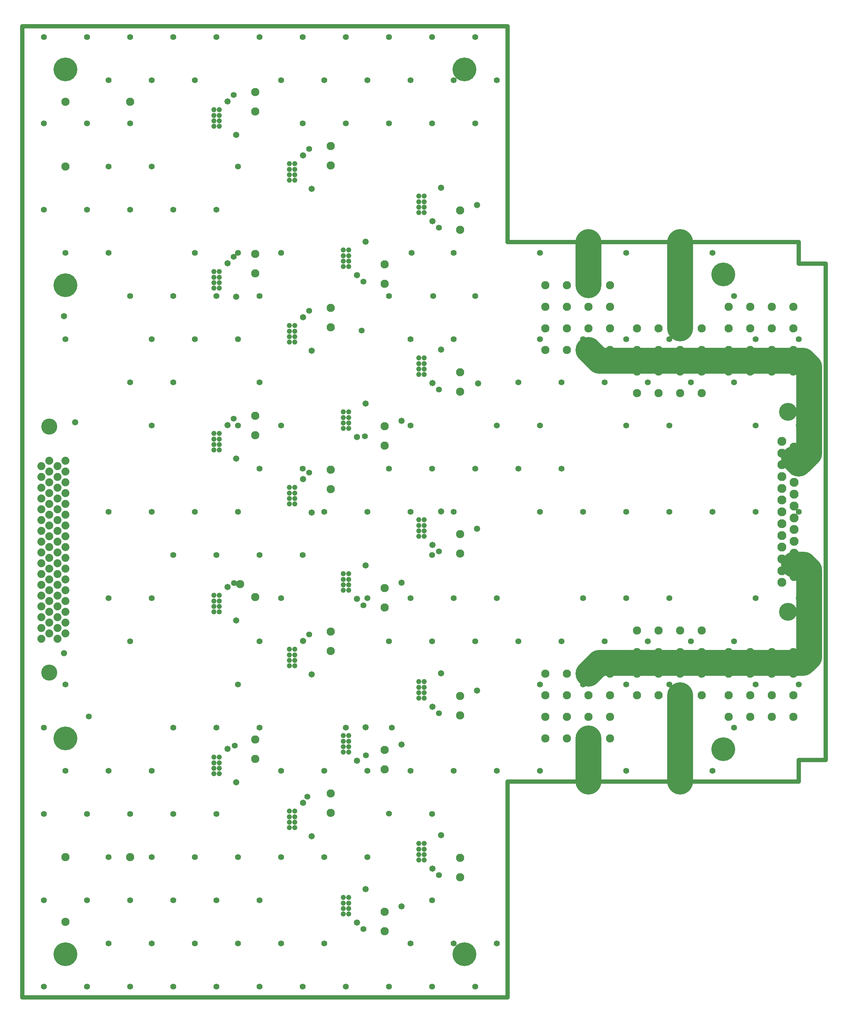
<source format=gbr>
%TF.GenerationSoftware,Altium Limited,Altium Designer,25.0.2 (28)*%
G04 Layer_Physical_Order=5*
G04 Layer_Color=8421376*
%FSLAX45Y45*%
%MOMM*%
%TF.SameCoordinates,97F7605E-EDA1-4B57-83DE-D803DCB7673D*%
%TF.FilePolarity,Negative*%
%TF.FileFunction,Copper,L5,Inr,Plane*%
%TF.Part,Single*%
G01*
G75*
%TA.AperFunction,NonConductor*%
%ADD37C,1.01600*%
%ADD38C,6.09600*%
%TA.AperFunction,ComponentPad*%
%ADD39C,1.87960*%
%ADD40C,3.78460*%
%ADD41C,1.93040*%
%TA.AperFunction,ViaPad*%
%ADD42C,1.93040*%
%TA.AperFunction,ComponentPad*%
%ADD43C,2.10600*%
%ADD44C,4.21600*%
%TA.AperFunction,ViaPad*%
%ADD45C,5.58800*%
%ADD46C,1.42240*%
%ADD47C,1.47320*%
%ADD48C,1.21600*%
D37*
X13970000Y8890000D02*
X20828000D01*
X13970000Y3810000D02*
Y8890000D01*
X2540000Y3810000D02*
X13970000D01*
X2540000D02*
Y26670001D01*
X13970000D01*
Y21589999D02*
Y26670001D01*
Y21589999D02*
X20828000D01*
Y21082001D02*
Y21589999D01*
Y21082001D02*
X21463000D01*
Y9398000D02*
Y21082001D01*
X20828000Y9398000D02*
X21463000D01*
X20828000Y8890000D02*
Y9398000D01*
D38*
X18034000Y8890000D02*
Y10922000D01*
X20716200Y16486501D02*
X20830200Y16372501D01*
X15875000Y20574001D02*
Y21589999D01*
X15874902Y8889903D02*
Y9905903D01*
X20830200Y16372501D02*
X21069299Y16611600D01*
Y18656300D01*
X20929601Y18796001D02*
X21069299Y18656300D01*
X16128999Y18796001D02*
X20929601D01*
X15875000Y19050000D02*
X16128999Y18796001D01*
X20716200Y13993500D02*
X20944200D01*
X21069299Y13868401D01*
Y11823700D02*
Y13868401D01*
X20929601Y11684000D02*
X21069299Y11823700D01*
X15875000Y11430000D02*
X16128999Y11684000D01*
X20929601D01*
X18034000Y19558000D02*
Y21589999D01*
D39*
X3365500Y12255500D02*
D03*
Y12509500D02*
D03*
X3556000Y12382500D02*
D03*
X3365500Y12763500D02*
D03*
X3556000Y12636500D02*
D03*
X3365500Y13017500D02*
D03*
X3556000Y12890500D02*
D03*
X3365500Y13271500D02*
D03*
X3556000Y13144501D02*
D03*
X3365500Y13525500D02*
D03*
X3556000Y13398500D02*
D03*
X3365500Y13779500D02*
D03*
X3556000Y13652499D02*
D03*
X3365500Y14033501D02*
D03*
X3556000Y13906500D02*
D03*
X3365500Y14287500D02*
D03*
X3556000Y14160500D02*
D03*
X3365500Y14541499D02*
D03*
X3556000Y14414500D02*
D03*
X3365500Y14795500D02*
D03*
X3556000Y14668500D02*
D03*
X3365500Y15049500D02*
D03*
X3556000Y14922501D02*
D03*
X3365500Y15303500D02*
D03*
X3556000Y15176500D02*
D03*
X3365500Y15557500D02*
D03*
X3556000Y15430499D02*
D03*
X3365500Y15811501D02*
D03*
X3556000Y15684500D02*
D03*
X3365500Y16065500D02*
D03*
X3556000Y15938499D02*
D03*
X3365500Y16319501D02*
D03*
X3556000Y16192500D02*
D03*
Y16446500D02*
D03*
X2984500Y12255500D02*
D03*
Y12509500D02*
D03*
X3175000Y12382500D02*
D03*
X2984500Y12763500D02*
D03*
X3175000Y12636500D02*
D03*
X2984500Y13017500D02*
D03*
X3175000Y12890500D02*
D03*
X2984500Y13271500D02*
D03*
X3175000Y13144501D02*
D03*
X2984500Y13525500D02*
D03*
X3175000Y13398500D02*
D03*
X2984500Y13779500D02*
D03*
X3175000Y13652499D02*
D03*
X2984500Y14033501D02*
D03*
X3175000Y13906500D02*
D03*
X2984500Y14287500D02*
D03*
X3175000Y14160500D02*
D03*
X2984500Y14541499D02*
D03*
X3175000Y14414500D02*
D03*
X2984500Y14795500D02*
D03*
X3175000Y14668500D02*
D03*
X2984500Y15049500D02*
D03*
X3175000Y14922501D02*
D03*
X2984500Y15303500D02*
D03*
X3175000Y15176500D02*
D03*
X2984500Y15557500D02*
D03*
X3175000Y15430499D02*
D03*
X2984500Y15811501D02*
D03*
X3175000Y15684500D02*
D03*
X2984500Y16065500D02*
D03*
X3175000Y15938499D02*
D03*
X2984500Y16319501D02*
D03*
X3175000Y16192500D02*
D03*
Y16446500D02*
D03*
D40*
Y11455400D02*
D03*
Y17246600D02*
D03*
D41*
X16383000Y19050000D02*
D03*
Y19558000D02*
D03*
Y20066000D02*
D03*
Y20574001D02*
D03*
X15875000Y19050000D02*
D03*
Y19558000D02*
D03*
Y20066000D02*
D03*
Y20574001D02*
D03*
X15367000Y19050000D02*
D03*
Y19558000D02*
D03*
Y20066000D02*
D03*
Y20574001D02*
D03*
X14859000Y19050000D02*
D03*
Y19558000D02*
D03*
Y20066000D02*
D03*
Y20574001D02*
D03*
X18542000Y12446000D02*
D03*
Y11938000D02*
D03*
Y11430000D02*
D03*
Y10922000D02*
D03*
X18034000Y12446000D02*
D03*
Y11938000D02*
D03*
Y11430000D02*
D03*
Y10922000D02*
D03*
X17525999Y12446000D02*
D03*
Y11938000D02*
D03*
Y11430000D02*
D03*
Y10922000D02*
D03*
X17017999Y12446000D02*
D03*
Y11938000D02*
D03*
Y11430000D02*
D03*
Y10922000D02*
D03*
X20700999Y11938000D02*
D03*
Y11430000D02*
D03*
Y10922000D02*
D03*
Y10414000D02*
D03*
X20192999Y11938000D02*
D03*
Y11430000D02*
D03*
Y10922000D02*
D03*
Y10414000D02*
D03*
X19685001Y11938000D02*
D03*
Y11430000D02*
D03*
Y10922000D02*
D03*
Y10414000D02*
D03*
X19177000Y11938000D02*
D03*
Y11430000D02*
D03*
Y10922000D02*
D03*
Y10414000D02*
D03*
X20700999Y18542000D02*
D03*
Y19050000D02*
D03*
Y19558000D02*
D03*
Y20066000D02*
D03*
X20192999Y18542000D02*
D03*
Y19050000D02*
D03*
Y19558000D02*
D03*
Y20066000D02*
D03*
X19685001Y18542000D02*
D03*
Y19050000D02*
D03*
Y19558000D02*
D03*
Y20066000D02*
D03*
X19177000Y18542000D02*
D03*
Y19050000D02*
D03*
Y19558000D02*
D03*
Y20066000D02*
D03*
X16383000Y11430000D02*
D03*
Y10922000D02*
D03*
Y10414000D02*
D03*
Y9906000D02*
D03*
X15875000Y11430000D02*
D03*
Y10922000D02*
D03*
Y10414000D02*
D03*
Y9906000D02*
D03*
X15367000Y11430000D02*
D03*
Y10922000D02*
D03*
Y10414000D02*
D03*
Y9906000D02*
D03*
X14859000Y11430000D02*
D03*
Y10922000D02*
D03*
Y10414000D02*
D03*
Y9906000D02*
D03*
X18542000Y18034000D02*
D03*
Y18542000D02*
D03*
Y19050000D02*
D03*
Y19558000D02*
D03*
X18034000Y18034000D02*
D03*
Y18542000D02*
D03*
Y19050000D02*
D03*
Y19558000D02*
D03*
X17525999Y18034000D02*
D03*
Y18542000D02*
D03*
Y19050000D02*
D03*
Y19558000D02*
D03*
X17017999Y18034000D02*
D03*
Y18542000D02*
D03*
Y19050000D02*
D03*
Y19558000D02*
D03*
D42*
X3556000Y7112000D02*
D03*
Y23367999D02*
D03*
Y24892000D02*
D03*
X5080000D02*
D03*
X3556000Y5588000D02*
D03*
X5080000Y7112000D02*
D03*
X7670800Y13538200D02*
D03*
X8026400Y25120599D02*
D03*
X9804400Y23850600D02*
D03*
X8026400Y21310600D02*
D03*
X9804400Y20040601D02*
D03*
X8026400Y17500600D02*
D03*
X9804400Y16230600D02*
D03*
Y12420600D02*
D03*
X8026400Y9880600D02*
D03*
X9804400Y8610600D02*
D03*
X11074400Y5372100D02*
D03*
X12852400Y6642100D02*
D03*
X11074400Y9182100D02*
D03*
X12852400Y10452100D02*
D03*
Y21882100D02*
D03*
X11074400Y20612100D02*
D03*
X12852400Y18072099D02*
D03*
X11074400Y16802100D02*
D03*
X12852400Y14262100D02*
D03*
X11074400Y12992101D02*
D03*
X12852400Y22339301D02*
D03*
Y18529300D02*
D03*
Y14719299D02*
D03*
Y10909300D02*
D03*
Y7099300D02*
D03*
X9804400Y8153400D02*
D03*
Y11963400D02*
D03*
Y23393401D02*
D03*
Y15773399D02*
D03*
Y19583400D02*
D03*
X11074400Y5829300D02*
D03*
Y9639300D02*
D03*
Y21069299D02*
D03*
Y17259300D02*
D03*
Y13449300D02*
D03*
X8026400Y9423400D02*
D03*
Y13233400D02*
D03*
Y24663400D02*
D03*
Y20853400D02*
D03*
Y17043401D02*
D03*
D43*
X20716200Y13716499D02*
D03*
Y13993500D02*
D03*
Y14270500D02*
D03*
Y14547501D02*
D03*
Y14824500D02*
D03*
Y15101500D02*
D03*
Y15378500D02*
D03*
Y15655499D02*
D03*
Y15932500D02*
D03*
Y16209500D02*
D03*
Y16486501D02*
D03*
Y16763499D02*
D03*
X20432201Y13578000D02*
D03*
Y13855000D02*
D03*
Y14132001D02*
D03*
Y14409000D02*
D03*
Y14686000D02*
D03*
Y14963000D02*
D03*
Y16625000D02*
D03*
Y16902000D02*
D03*
Y16071001D02*
D03*
Y16348000D02*
D03*
Y15794000D02*
D03*
Y15517000D02*
D03*
Y15239999D02*
D03*
D44*
X20574200Y17595000D02*
D03*
Y12885001D02*
D03*
D45*
X19050000Y20828000D02*
D03*
Y9652000D02*
D03*
X3556000Y20574001D02*
D03*
Y9906000D02*
D03*
Y25654001D02*
D03*
X12953999D02*
D03*
Y4826000D02*
D03*
X3556000D02*
D03*
D46*
X10629900Y9508700D02*
D03*
X10609490Y17018510D02*
D03*
X10574990Y5423410D02*
D03*
X12352990Y6693410D02*
D03*
X12352480Y10503920D02*
D03*
X10574480Y13043919D02*
D03*
X12352990Y14313409D02*
D03*
X12352480Y18123920D02*
D03*
X10574480Y20663921D02*
D03*
X12352990Y21933411D02*
D03*
X7526990Y13564110D02*
D03*
X9254740Y8540036D02*
D03*
X7539690Y9741410D02*
D03*
X9295380Y12358120D02*
D03*
X9295890Y16167610D02*
D03*
X7517380Y17438120D02*
D03*
X9295380Y19978120D02*
D03*
X7518400Y21247099D02*
D03*
X9295890Y23787610D02*
D03*
X7518400Y25057100D02*
D03*
X10528300Y19507201D02*
D03*
X4102100Y10426700D02*
D03*
X4572000Y23367999D02*
D03*
X19812000Y13208000D02*
D03*
X14732001Y21336000D02*
D03*
X16764000Y13208000D02*
D03*
X11176000Y16256000D02*
D03*
X16764000Y11176000D02*
D03*
X5080000Y8128000D02*
D03*
X3556000Y19303999D02*
D03*
X11684000Y5080000D02*
D03*
X13208000Y12192000D02*
D03*
X5588000Y17272000D02*
D03*
X6096000Y26416000D02*
D03*
X5080000Y4064000D02*
D03*
X14732001Y9144000D02*
D03*
X20828000Y11176000D02*
D03*
X18288000Y18288000D02*
D03*
X10668000Y15239999D02*
D03*
X12700000Y19303999D02*
D03*
X4572000Y7112000D02*
D03*
X5080000Y22352000D02*
D03*
X13716000Y5080000D02*
D03*
X4064000Y4064000D02*
D03*
X6096000D02*
D03*
X3556000Y9144000D02*
D03*
X5080000Y26416000D02*
D03*
X15748000Y15239999D02*
D03*
X5588000D02*
D03*
X11176000Y20320000D02*
D03*
X9652000Y7112000D02*
D03*
X12700000Y21336000D02*
D03*
X3048000Y10160000D02*
D03*
X20828000Y15239999D02*
D03*
X9144000Y26416000D02*
D03*
X12192000Y4064000D02*
D03*
X13208000D02*
D03*
X10668000Y7112000D02*
D03*
X5080000Y18288000D02*
D03*
X6604000Y21336000D02*
D03*
X10160000Y4064000D02*
D03*
X19303999Y20320000D02*
D03*
X3048000Y24384000D02*
D03*
X5080000D02*
D03*
X7620000Y23367999D02*
D03*
X8128000Y20320000D02*
D03*
X7112000Y4064000D02*
D03*
X13208000Y20320000D02*
D03*
X16764000Y15239999D02*
D03*
X4064000Y22352000D02*
D03*
X17780000Y19303999D02*
D03*
X10668000Y9144000D02*
D03*
X11176000Y12192000D02*
D03*
X17780000Y13208000D02*
D03*
X13208000Y24384000D02*
D03*
X8636000Y25400000D02*
D03*
X5588000Y19303999D02*
D03*
X16256000Y18288000D02*
D03*
X13208000Y26416000D02*
D03*
X15748000Y13208000D02*
D03*
X13716000Y9144000D02*
D03*
X6096000Y20320000D02*
D03*
X13716000Y25400000D02*
D03*
X17780000Y11176000D02*
D03*
X6604000Y15239999D02*
D03*
X15239999Y12192000D02*
D03*
X15748000Y19303999D02*
D03*
X7112000Y22352000D02*
D03*
X4064000Y26416000D02*
D03*
X15748000Y11176000D02*
D03*
X6096000Y14224001D02*
D03*
X3048000Y22352000D02*
D03*
X19812000Y15239999D02*
D03*
X5588000Y13208000D02*
D03*
X16764000Y17272000D02*
D03*
X8636000Y21336000D02*
D03*
X14732001Y17272000D02*
D03*
X4064000Y8128000D02*
D03*
X10668000Y13208000D02*
D03*
X5588000Y25400000D02*
D03*
X7112000Y26416000D02*
D03*
X11709400Y21336000D02*
D03*
X5588000Y7112000D02*
D03*
X19812000Y11176000D02*
D03*
X7112000Y20320000D02*
D03*
X12217400D02*
D03*
X12192000Y26416000D02*
D03*
X16764000Y19303999D02*
D03*
X12192000Y12192000D02*
D03*
X6604000Y5080000D02*
D03*
X13208000Y16256000D02*
D03*
X3556000Y21336000D02*
D03*
X12700000Y9144000D02*
D03*
X3048000Y4064000D02*
D03*
X9144000Y24384000D02*
D03*
X8128000Y14224001D02*
D03*
X19303999Y10160000D02*
D03*
X11239500D02*
D03*
X8636000Y7112000D02*
D03*
X11176000Y8140700D02*
D03*
X7620000Y11176000D02*
D03*
X8636000Y9144000D02*
D03*
X9652000Y5080000D02*
D03*
X7620000Y21336000D02*
D03*
X13716000Y13208000D02*
D03*
X14224001Y12192000D02*
D03*
X5588000Y9144000D02*
D03*
X12700000Y15239999D02*
D03*
X3048000Y6096000D02*
D03*
X10160000Y26416000D02*
D03*
X6604000Y7112000D02*
D03*
X16764000Y9144000D02*
D03*
X11684000Y25400000D02*
D03*
X6096000Y18288000D02*
D03*
X10160000Y10160000D02*
D03*
X7620000Y7112000D02*
D03*
X9652000Y9144000D02*
D03*
X15239999Y16256000D02*
D03*
X8636000Y17272000D02*
D03*
X4064000Y6096000D02*
D03*
X5588000Y5080000D02*
D03*
X12700000Y25400000D02*
D03*
X18796001Y15239999D02*
D03*
X11176000Y26416000D02*
D03*
X7112000Y8128000D02*
D03*
X9652000Y25400000D02*
D03*
X11684000Y13208000D02*
D03*
X16764000Y21336000D02*
D03*
X20828000Y17272000D02*
D03*
X8636000Y5080000D02*
D03*
X18796001Y9144000D02*
D03*
X11684000Y15239999D02*
D03*
X4572000Y5080000D02*
D03*
X7112000Y6096000D02*
D03*
X11684000Y19303999D02*
D03*
X14732001Y15239999D02*
D03*
X9144000Y14224001D02*
D03*
X14732001Y19303999D02*
D03*
X7112000Y10160000D02*
D03*
X19303999Y12192000D02*
D03*
X8128000Y6096000D02*
D03*
X10668000Y25400000D02*
D03*
X4572000Y9144000D02*
D03*
X12192000Y14224001D02*
D03*
X6096000Y10160000D02*
D03*
X5080000Y12192000D02*
D03*
X20828000Y13208000D02*
D03*
X19812000Y17272000D02*
D03*
X8128000Y16256000D02*
D03*
X14224001Y18288000D02*
D03*
X8128000Y12192000D02*
D03*
X11684000Y9144000D02*
D03*
X7620000Y19303999D02*
D03*
X18796001Y21336000D02*
D03*
X15239999Y18288000D02*
D03*
X4064000Y24384000D02*
D03*
X6096000Y6096000D02*
D03*
X5080000Y20320000D02*
D03*
X4572000Y13208000D02*
D03*
X12192000Y16256000D02*
D03*
X17272000Y18288000D02*
D03*
X7620000Y17272000D02*
D03*
X18288000Y12192000D02*
D03*
X6096000Y8128000D02*
D03*
X8128000Y10160000D02*
D03*
X12192000Y24384000D02*
D03*
X6604000Y19303999D02*
D03*
X10160000Y24384000D02*
D03*
X11176000Y4064000D02*
D03*
X7112000Y14224001D02*
D03*
X17780000Y17272000D02*
D03*
X12700000Y13208000D02*
D03*
X12192000Y6096000D02*
D03*
X20828000Y19303999D02*
D03*
X3048000Y26416000D02*
D03*
X7620000Y15239999D02*
D03*
X4572000Y25400000D02*
D03*
X8128000Y18288000D02*
D03*
X3048000Y8128000D02*
D03*
X9144000Y4064000D02*
D03*
X3556000Y11176000D02*
D03*
X9144000Y16256000D02*
D03*
X7620000Y5080000D02*
D03*
X17780000Y15239999D02*
D03*
X19303999Y18288000D02*
D03*
X4572000Y21336000D02*
D03*
X8128000Y26416000D02*
D03*
X6096000Y22352000D02*
D03*
X8128000Y4064000D02*
D03*
X12700000Y5080000D02*
D03*
X16256000Y12192000D02*
D03*
X5588000Y23367999D02*
D03*
X9652000Y15239999D02*
D03*
X17272000Y12192000D02*
D03*
X11684000Y17272000D02*
D03*
X5080000Y6096000D02*
D03*
X8636000Y13208000D02*
D03*
X19812000Y19303999D02*
D03*
X6604000Y25400000D02*
D03*
X13716000Y17272000D02*
D03*
X14224001Y16256000D02*
D03*
X4572000Y15239999D02*
D03*
X14732001Y11176000D02*
D03*
X11176000Y24384000D02*
D03*
X12192000Y8128000D02*
D03*
D47*
X13271500Y18262601D02*
D03*
X3517900Y19850101D02*
D03*
X11468100Y5956300D02*
D03*
Y9766300D02*
D03*
X13246100Y11036300D02*
D03*
X11468100Y13576300D02*
D03*
X13246100Y22466299D02*
D03*
X11468100Y17386301D02*
D03*
X13246100Y14846300D02*
D03*
X10417600Y5575300D02*
D03*
X10628300Y6362700D02*
D03*
X12195600Y6845300D02*
D03*
X12406300Y7632700D02*
D03*
X10417600Y9385300D02*
D03*
X10628300Y10172700D02*
D03*
X12195600Y10655300D02*
D03*
X12406300Y11442700D02*
D03*
X10417600Y13195300D02*
D03*
X10628300Y13982700D02*
D03*
X12195600Y14465300D02*
D03*
X12406300Y15252699D02*
D03*
X10417090Y17005811D02*
D03*
X10628300Y17792700D02*
D03*
X12195090Y18275810D02*
D03*
X12406300Y19062700D02*
D03*
X10417600Y20815300D02*
D03*
X10628300Y21602699D02*
D03*
X12195600Y22085300D02*
D03*
X12406300Y22872701D02*
D03*
X9357790Y7607810D02*
D03*
X9147090Y8395210D02*
D03*
X7579790Y8877810D02*
D03*
X7369090Y9665210D02*
D03*
X9357790Y11417810D02*
D03*
X9147090Y12205210D02*
D03*
X7579790Y12687810D02*
D03*
X7369090Y13475211D02*
D03*
X9357790Y15227811D02*
D03*
X9147090Y16015210D02*
D03*
X7579790Y16497810D02*
D03*
X7369090Y17285210D02*
D03*
X9357790Y19037810D02*
D03*
X9147090Y19825211D02*
D03*
X7579790Y20307809D02*
D03*
X7369090Y21095210D02*
D03*
X9357790Y22847810D02*
D03*
X9147600Y23634700D02*
D03*
X7579790Y24117810D02*
D03*
X7369600Y24904700D02*
D03*
X3517900Y11912600D02*
D03*
X3784600Y17348199D02*
D03*
D48*
X12003000Y7044000D02*
D03*
X11873000D02*
D03*
X12003000Y7434000D02*
D03*
X11873000D02*
D03*
X12003000Y7304000D02*
D03*
X11873000D02*
D03*
X12003000Y7174000D02*
D03*
X11873000D02*
D03*
X12003000Y10854000D02*
D03*
X11873000D02*
D03*
X12003000Y11244000D02*
D03*
X11873000D02*
D03*
X12003000Y11114000D02*
D03*
X11873000D02*
D03*
X12003000Y10984000D02*
D03*
X11873000D02*
D03*
X12003000Y22284000D02*
D03*
X11873000D02*
D03*
X12003000Y22674001D02*
D03*
X11873000D02*
D03*
X12003000Y22544000D02*
D03*
X11873000D02*
D03*
X12003000Y22414000D02*
D03*
X11873000D02*
D03*
X12003000Y18474001D02*
D03*
X11873000D02*
D03*
X12003000Y18864000D02*
D03*
X11873000D02*
D03*
X12003000Y18734000D02*
D03*
X11873000D02*
D03*
X12003000Y18603999D02*
D03*
X11873000D02*
D03*
X12003000Y14664000D02*
D03*
X11873000D02*
D03*
X12003000Y15053999D02*
D03*
X11873000D02*
D03*
X12003000Y14924001D02*
D03*
X11873000D02*
D03*
X12003000Y14794000D02*
D03*
X11873000D02*
D03*
X8955000Y8196000D02*
D03*
X8825000D02*
D03*
X8955000Y7806000D02*
D03*
X8825000D02*
D03*
X8955000Y7936000D02*
D03*
X8825000D02*
D03*
X8955000Y8066000D02*
D03*
X8825000D02*
D03*
X8955000Y23436000D02*
D03*
X8825000D02*
D03*
X8955000Y23046001D02*
D03*
X8825000D02*
D03*
X8955000Y23175999D02*
D03*
X8825000D02*
D03*
X8955000Y23306000D02*
D03*
X8825000D02*
D03*
X8955000Y19625999D02*
D03*
X8825000D02*
D03*
X8955000Y19236000D02*
D03*
X8825000D02*
D03*
X8955000Y19366000D02*
D03*
X8825000D02*
D03*
X8955000Y19496001D02*
D03*
X8825000D02*
D03*
X8955000Y12006000D02*
D03*
X8825000D02*
D03*
X8955000Y11616000D02*
D03*
X8825000D02*
D03*
X8955000Y11746000D02*
D03*
X8825000D02*
D03*
X8955000Y11876000D02*
D03*
X8825000D02*
D03*
X8955000Y15816000D02*
D03*
X8825000D02*
D03*
X8955000Y15425999D02*
D03*
X8825000D02*
D03*
X8955000Y15556000D02*
D03*
X8825000D02*
D03*
X8955000Y15686000D02*
D03*
X8825000D02*
D03*
X10225000Y5774000D02*
D03*
X10095000D02*
D03*
X10225000Y6164000D02*
D03*
X10095000D02*
D03*
X10225000Y6034000D02*
D03*
X10095000D02*
D03*
X10225000Y5904000D02*
D03*
X10095000D02*
D03*
X10225000Y9584000D02*
D03*
X10095000D02*
D03*
X10225000Y9974000D02*
D03*
X10095000D02*
D03*
X10225000Y9844000D02*
D03*
X10095000D02*
D03*
X10225000Y9714000D02*
D03*
X10095000D02*
D03*
X10225000Y21014000D02*
D03*
X10095000D02*
D03*
X10225000Y21403999D02*
D03*
X10095000D02*
D03*
X10225000Y21274001D02*
D03*
X10095000D02*
D03*
X10225000Y21144000D02*
D03*
X10095000D02*
D03*
X10225000Y17203999D02*
D03*
X10095000D02*
D03*
X10225000Y17594000D02*
D03*
X10095000D02*
D03*
X10225000Y17464000D02*
D03*
X10095000D02*
D03*
X10225000Y17334000D02*
D03*
X10095000D02*
D03*
X10225000Y13394000D02*
D03*
X10095000D02*
D03*
X10225000Y13784000D02*
D03*
X10095000D02*
D03*
X10225000Y13653999D02*
D03*
X10095000D02*
D03*
X10225000Y13524001D02*
D03*
X10095000D02*
D03*
X7177000Y24706000D02*
D03*
X7047000D02*
D03*
X7177000Y24316000D02*
D03*
X7047000D02*
D03*
X7177000Y24446001D02*
D03*
X7047000D02*
D03*
X7177000Y24575999D02*
D03*
X7047000D02*
D03*
X7177000Y20896001D02*
D03*
X7047000D02*
D03*
X7177000Y20506000D02*
D03*
X7047000D02*
D03*
X7177000Y20636000D02*
D03*
X7047000D02*
D03*
X7177000Y20766000D02*
D03*
X7047000D02*
D03*
X7177000Y9466000D02*
D03*
X7047000D02*
D03*
X7177000Y9076000D02*
D03*
X7047000D02*
D03*
X7177000Y9206000D02*
D03*
X7047000D02*
D03*
X7177000Y9336000D02*
D03*
X7047000D02*
D03*
X7177000Y13275999D02*
D03*
X7047000D02*
D03*
X7177000Y12886000D02*
D03*
X7047000D02*
D03*
X7177000Y13016000D02*
D03*
X7047000D02*
D03*
X7177000Y13146001D02*
D03*
X7047000D02*
D03*
X7177000Y17086000D02*
D03*
X7047000D02*
D03*
X7177000Y16696001D02*
D03*
X7047000D02*
D03*
X7177000Y16825999D02*
D03*
X7047000D02*
D03*
X7177000Y16956000D02*
D03*
X7047000D02*
D03*
%TF.MD5,8819f339b70dfc089f594d37eb3605d7*%
M02*

</source>
